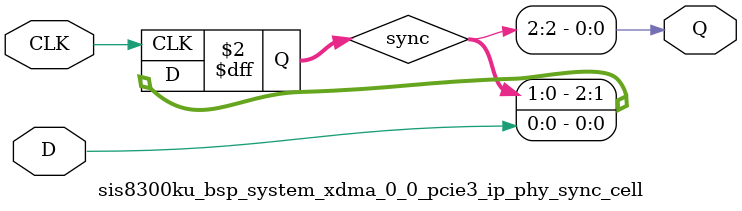
<source format=v>





`timescale 1ps / 1ps



//-------------------------------------------------------------------------------------------------
//  Synchronizer Library Module
//-------------------------------------------------------------------------------------------------
module sis8300ku_bsp_system_xdma_0_0_pcie3_ip_phy_sync_cell #
(
    parameter integer STAGE = 2
)
(
    //-------------------------------------------------------------------------- 
    //  Input Ports
    //-------------------------------------------------------------------------- 
    input                               CLK,
    input                               D,
    
    //-------------------------------------------------------------------------- 
    //  Output Ports
    //-------------------------------------------------------------------------- 
    output                              Q
);

    //-------------------------------------------------------------------------- 
    //  Synchronized Signals
    //--------------------------------------------------------------------------  
    (* KEEP = "TRUE", ASYNC_REG = "TRUE", SHIFT_EXTRACT = "NO" *) reg [STAGE:0] sync;                                                            



//--------------------------------------------------------------------------------------------------
//  Synchronizier
//--------------------------------------------------------------------------------------------------
always @ (posedge CLK)
begin

    sync <= {sync[(STAGE-1):0], D};
            
end   



//--------------------------------------------------------------------------------------------------
//  Generate Output
//--------------------------------------------------------------------------------------------------
assign Q = sync[STAGE];


endmodule


</source>
